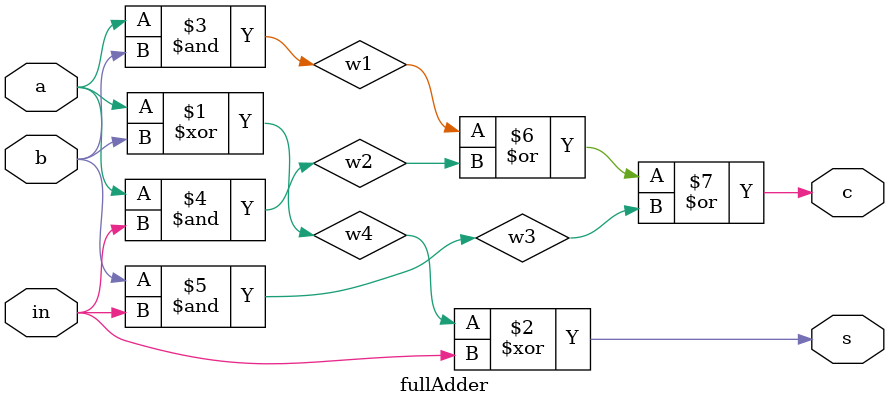
<source format=v>
`timescale 1ns / 1ps
module fullAdder(a,b,in,s,c);
	//Inputs and outputs
    input a;
    input b;
	 input in;
    output s;
    output c;
	 wire w1,w2,w3,w4;
    xor G1(w4,a,b);//a^b
	 xor G6(s,w4,in);//a^b^in that is the sum
	 and G2(w1,a,b);//a&b
	 and G3(w2,a,in);//a&in
	 and G4(w3,b,in);//b&in
	 or G5(c,w1,w2,w3);//c = a.b+b.in+a.in


endmodule

</source>
